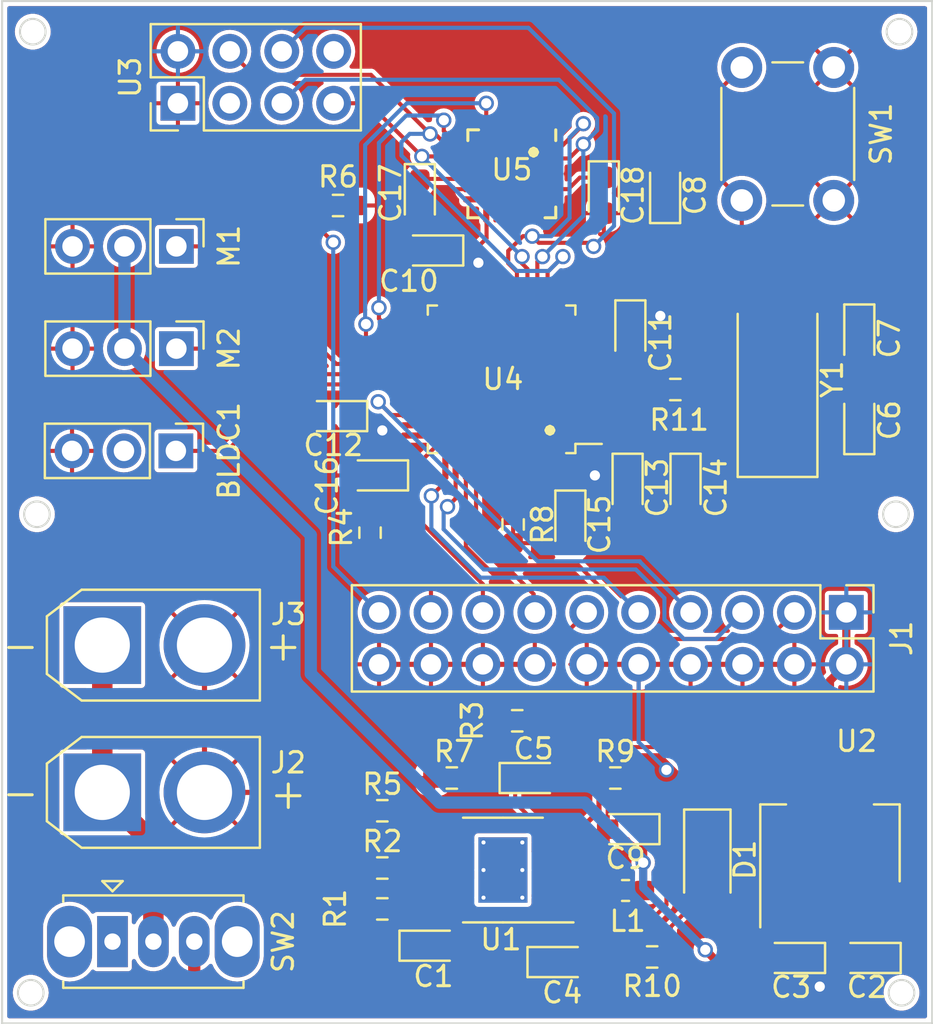
<source format=kicad_pcb>
(kicad_pcb (version 20211014) (generator pcbnew)
  (title_block (title "RC Boat") (date "2023-01-22") (company "ZN WD JG"))
  (layers (0 "F.Cu" signal) (31 "B.Cu" signal) (34 "B.Paste" user) (35 "F.Paste" user) (36 "B.SilkS" user "B.Silkscreen") (37 "F.SilkS" user "F.Silkscreen") (38 "B.Mask" user) (39 "F.Mask" user) (44 "Edge.Cuts" user))
  (net 0 "")
  (net 1 "TIM1_CH3")
  (net 2 "5V")
  (net 3 "GND")
  (net 4 "+BATT")
  (net 5 "VDD")
  (net 6 "Net-(C4-Pad1)")
  (net 7 "Net-(C4-Pad2)")
  (net 8 "Net-(C5-Pad1)")
  (net 9 "Net-(C5-Pad2)")
  (net 10 "/OSC_IN")
  (net 11 "Net-(C7-Pad1)")
  (net 12 "Net-(C8-Pad2)")
  (net 13 "Net-(C17-Pad1)")
  (net 14 "Net-(C18-Pad1)")
  (net 15 "TIM1_CH1")
  (net 16 "TIM1_CH2")
  (net 17 "Net-(R1-Pad2)")
  (net 18 "Net-(J1-Pad11)")
  (net 19 "Net-(J1-Pad17)")
  (net 20 "Net-(R5-Pad1)")
  (net 21 "Net-(J1-Pad19)")
  (net 22 "/OSC_OUT")
  (net 24 "SPI1_CS")
  (net 25 "SPI1_SCK")
  (net 26 "SPI1_MOSI")
  (net 27 "SPI1_MISO")
  (net 42 "SPI2_SCK")
  (net 44 "SPI2_MOSI")
  (net 47 "SWDIO")
  (net 48 "SWCLK")
  (net 49 "JTDI")
  (net 50 "TDO")
  (net 51 "Net-(J1-Pad3)")
  (net 59 "Net-(D1-Pad2)")
  (net 60 "Net-(R8-Pad1)")
  (net 61 "Net-(J2-Pad1)")
  (footprint "Resistor_SMD:R_0603_1608Metric_Pad0.98x0.95mm_HandSolder" (layer "F.Cu") (at 134.6 124.4 180)
    (fp_text reference "R1")
    (fp_text value "100k")
  )
  (footprint "Button_Switch_THT:SW_PUSH_6mm" (layer "F.Cu") (at 156.685 83.25 -90)
    (fp_text reference "SW1")
    (fp_text value "SW_Push")
  )
  (footprint "Resistor_SMD:R_0603_1608Metric_Pad0.98x0.95mm_HandSolder" (layer "F.Cu") (at 147.801751 126.75 180)
    (fp_text reference "R10")
    (fp_text value "0.75k")
  )
  (footprint "Connector_AMASS:AMASS_XT30U-F_1x02_P5.0mm_Vertical" (layer "F.Cu") (at 120.9 118.7025)
    (fp_text reference "J2")
    (fp_text value "Battery")
  )
  (footprint "Diode_SMD:D_1206_3216Metric_Pad1.42x1.75mm_HandSolder" (layer "F.Cu") (at 150.5 122 -90)
    (fp_text reference "D1")
    (fp_text value "D")
  )
  (footprint "Resistor_SMD:R_0603_1608Metric_Pad0.98x0.95mm_HandSolder" (layer "F.Cu") (at 132.435 90)
    (fp_text reference "R6")
    (fp_text value "10k")
  )
  (footprint "Connector_PinHeader_2.54mm:PinHeader_1x03_P2.54mm_Vertical" (layer "F.Cu") (at 124.525 97 -90)
    (fp_text reference "M2")
    (fp_text value "Motor_Servo")
  )
  (footprint "Diode_SMD:D_0603_1608Metric_Pad1.05x0.95mm_HandSolder" (layer "F.Cu") (at 136.435 89.6375 -90)
    (fp_text reference "C17")
    (fp_text value "0.1u")
  )
  (footprint "Diode_SMD:D_0603_1608Metric_Pad1.05x0.95mm_HandSolder" (layer "F.Cu") (at 149.435 103.8 -90)
    (fp_text reference "C14")
    (fp_text value "1uF")
  )
  (footprint "Resistor_SMD:R_0603_1608Metric_Pad0.98x0.95mm_HandSolder" (layer "F.Cu") (at 134.6 119.6 180)
    (fp_text reference "R5")
    (fp_text value "47k")
  )
  (footprint "Diode_SMD:D_0603_1608Metric_Pad1.05x0.95mm_HandSolder" (layer "F.Cu") (at 145.435 89.5 -90)
    (fp_text reference "C18")
    (fp_text value "2.2u")
  )
  (footprint "Diode_SMD:D_0603_1608Metric_Pad1.05x0.95mm_HandSolder" (layer "F.Cu") (at 134.2 103.2 180)
    (fp_text reference "C16")
    (fp_text value "100n")
  )
  (footprint "Inductor_SMD:L_0603_1608Metric_Pad1.05x0.95mm_HandSolder" (layer "F.Cu") (at 146.5 123.5)
    (fp_text reference "L1")
    (fp_text value "33u")
  )
  (footprint "Resistor_SMD:R_0603_1608Metric_Pad0.98x0.95mm_HandSolder" (layer "F.Cu") (at 146 118 180)
    (fp_text reference "R9")
    (fp_text value "3k")
  )
  (footprint "Crystal:Crystal_SMD_0603-2Pin_6.0x3.5mm_HandSoldering" (layer "F.Cu") (at 153.935 98.5 90)
    (fp_text reference "Y1")
    (fp_text value "8.000MHZ")
  )
  (footprint "Package_SO:HTSOP-8-1EP_3.9x4.9mm_P1.27mm_EP2.4x3.2mm_ThermalVias" (layer "F.Cu") (at 140.5 122.5 180)
    (fp_text reference "U1")
    (fp_text value "BD9G341EFJ")
  )
  (footprint "Diode_SMD:D_0603_1608Metric_Pad1.05x0.95mm_HandSolder" (layer "F.Cu") (at 132.2 100.3 180)
    (fp_text reference "C12")
    (fp_text value "100n")
  )
  (footprint "Diode_SMD:D_0603_1608Metric_Pad1.05x0.95mm_HandSolder" (layer "F.Cu") (at 148.435 89.2 90)
    (fp_text reference "C8")
    (fp_text value "20p")
  )
  (footprint "Diode_SMD:D_0603_1608Metric_Pad1.05x0.95mm_HandSolder" (layer "F.Cu") (at 154.6 126.8 180)
    (fp_text reference "C3")
    (fp_text value "10u")
  )
  (footprint "Diode_SMD:D_0603_1608Metric_Pad1.05x0.95mm_HandSolder" (layer "F.Cu") (at 137.1 126.2)
    (fp_text reference "C1")
    (fp_text value "10u")
  )
  (footprint "Resistor_SMD:R_0603_1608Metric_Pad0.98x0.95mm_HandSolder" (layer "F.Cu") (at 134.6 122.4 180)
    (fp_text reference "R2")
    (fp_text value "20k")
  )
  (footprint "Diode_SMD:D_0603_1608Metric_Pad1.05x0.95mm_HandSolder" (layer "F.Cu") (at 146.735 96.3 -90)
    (fp_text reference "C11")
    (fp_text value "100n")
  )
  (footprint "Connector_PinHeader_2.54mm:PinHeader_2x10_P2.54mm_Vertical" (layer "F.Cu") (at 157.3 109.9 -90)
    (fp_text reference "J1")
    (fp_text value "Conn_02x10_Odd_Even")
  )
  (footprint "Diode_SMD:D_0603_1608Metric_Pad1.05x0.95mm_HandSolder" (layer "F.Cu") (at 142 118)
    (fp_text reference "C5")
    (fp_text value "6800p")
  )
  (footprint "Package_QFP:LQFP-48_7x7mm_P0.5mm" (layer "F.Cu") (at 140.435 98.5 180)
    (fp_text reference "U4")
    (fp_text value "STM32F100C4Tx")
  )
  (footprint "Diode_SMD:D_0603_1608Metric_Pad1.05x0.95mm_HandSolder" (layer "F.Cu") (at 158.3 126.8 180)
    (fp_text reference "C2")
    (fp_text value "10u")
  )
  (footprint "Diode_SMD:D_0603_1608Metric_Pad1.05x0.95mm_HandSolder" (layer "F.Cu") (at 143.8 105.6 -90)
    (fp_text reference "C15")
    (fp_text value "100n")
  )
  (footprint "Resistor_SMD:R_0603_1608Metric_Pad0.98x0.95mm_HandSolder" (layer "F.Cu") (at 138 118 180)
    (fp_text reference "R7")
    (fp_text value "10k")
  )
  (footprint "Resistor_SMD:R_0603_1608Metric_Pad0.98x0.95mm_HandSolder" (layer "F.Cu") (at 134 106 90)
    (fp_text reference "R4")
    (fp_text value "10k")
  )
  (footprint "Connector_AMASS:AMASS_XT30U-F_1x02_P5.0mm_Vertical" (layer "F.Cu") (at 120.9 111.5)
    (fp_text reference "J3")
    (fp_text value "Battery")
  )
  (footprint "Diode_SMD:D_0603_1608Metric_Pad1.05x0.95mm_HandSolder" (layer "F.Cu") (at 136.9 92.2 180)
    (fp_text reference "C10")
    (fp_text value "10u")
  )
  (footprint "Connector_PinHeader_2.54mm:PinHeader_2x04_P2.54mm_Vertical" (layer "F.Cu") (at 124.6 85 90)
    (fp_text reference "U3")
    (fp_text value "NRF24L01_Breakout")
  )
  (footprint "Resistor_SMD:R_0603_1608Metric_Pad0.98x0.95mm_HandSolder" (layer "F.Cu") (at 148.935 99)
    (fp_text reference "R11")
    (fp_text value "390")
  )
  (footprint "Diode_SMD:D_0603_1608Metric_Pad1.05x0.95mm_HandSolder" (layer "F.Cu") (at 157.935 100.5 90)
    (fp_text reference "C6")
    (fp_text value "20p")
  )
  (footprint "Diode_SMD:D_0603_1608Metric_Pad1.05x0.95mm_HandSolder" (layer "F.Cu") (at 146.5 120.5 180)
    (fp_text reference "C9")
    (fp_text value "100u")
  )
  (footprint "Diode_SMD:D_0603_1608Metric_Pad1.05x0.95mm_HandSolder" (layer "F.Cu") (at 143.3625 127)
    (fp_text reference "C4")
    (fp_text value "0.1u")
  )
  (footprint "Connector_PinHeader_2.54mm:PinHeader_1x03_P2.54mm_Vertical" (layer "F.Cu") (at 124.525 92 -90)
    (fp_text reference "M1")
    (fp_text value "Motor_Servo")
  )
  (footprint "Sensor_Motion:InvenSense_QFN-24_4x4mm_P0.5mm" (layer "F.Cu") (at 140.935 88.45 -90)
    (fp_text reference "U5")
    (fp_text value "MPU-6000")
  )
  (footprint "Resistor_SMD:R_0603_1608Metric_Pad0.98x0.95mm_HandSolder" (layer "F.Cu") (at 141.2 115.2 180)
    (fp_text reference "R3")
    (fp_text value "10k")
  )
  (footprint "Package_TO_SOT_SMD:SOT-223-3_TabPin2" (layer "F.Cu") (at 156.5 121.2 90)
    (fp_text reference "U2")
    (fp_text value "AMS1117-3.3")
  )
  (footprint "Diode_SMD:D_0603_1608Metric_Pad1.05x0.95mm_HandSolder" (layer "F.Cu") (at 146.6 103.8 -90)
    (fp_text reference "C13")
    (fp_text value "10uF")
  )
  (footprint "Resistor_SMD:R_0603_1608Metric_Pad0.98x0.95mm_HandSolder" (layer "F.Cu") (at 141 105.6 -90)
    (fp_text reference "R8")
    (fp_text value "10K")
  )
  (footprint "Diode_SMD:D_0603_1608Metric_Pad1.05x0.95mm_HandSolder" (layer "F.Cu") (at 157.935 96.5 -90)
    (fp_text reference "C7")
    (fp_text value "20p")
  )
  (footprint "Connector_PinHeader_2.54mm:PinHeader_1x03_P2.54mm_Vertical" (layer "F.Cu") (at 124.5 102 -90)
    (fp_text reference "BLDC1")
    (fp_text value "Conn_01x03")
  )
  (footprint "Button_Switch_THT:SW_Slide_1P2T_CK_OS102011MS2Q" (layer "F.Cu") (at 121.4 126)
    (fp_text reference "SW2")
    (fp_text value "SW_SPDT")
  )
  (gr_circle (center 159.727333 105.1) (end 160.260733 105.4302) (layer "Edge.Cuts") (width 0.1) (fill none))
  (gr_line (start 161.5 80) (end 161.5 130) (layer "Edge.Cuts") (width 0.1))
  (gr_circle (center 160 128.5) (end 160.5334 128.8302) (layer "Edge.Cuts") (width 0.1) (fill none))
  (gr_circle (center 117.4 128.5) (end 117.9334 128.8302) (layer "Edge.Cuts") (width 0.1) (fill none))
  (gr_circle (center 117.5 81.5) (end 118.0334 81.8302) (layer "Edge.Cuts") (width 0.1) (fill none))
  (gr_line (start 161.5 130) (end 116 130) (layer "Edge.Cuts") (width 0.1))
  (gr_line (start 161.5 80) (end 116 80) (layer "Edge.Cuts") (width 0.1))
  (gr_line (start 116 130) (end 116 80) (layer "Edge.Cuts") (width 0.1))
  (gr_circle (center 117.7036 105.1) (end 118.237 105.4302) (layer "Edge.Cuts") (width 0.1) (fill none))
  (gr_circle (center 159.9 81.5) (end 160.4334 81.8302) (layer "Edge.Cuts") (width 0.1) (fill none))
  (gr_text "°" (at 142.8 101.4) (layer "F.SilkS") (effects (font (size 1 1) (thickness 0.25))))
  (gr_text "°" (at 142 87.8) (layer "F.SilkS") (effects (font (size 1 1) (thickness 0.25))))
  (segment (start 124.5 102) (end 127 102) (width 0.2) (layer "F.Cu") (net 1))
  (segment (start 127 102) (end 130.25 98.75) (width 0.2) (layer "F.Cu") (net 1))
  (segment (start 130.25 98.75) (end 136.2725 98.75) (width 0.2) (layer "F.Cu") (net 1))
  (segment (start 147.3625 120.5) (end 147.3625 122.1375) (width 0.4) (layer "F.Cu") (net 2))
  (segment (start 147.3625 123.4875) (end 147.375 123.5) (width 0.6) (layer "F.Cu") (net 2))
  (segment (start 147.3625 122.1375) (end 147.3625 123.4875) (width 0.4) (layer "F.Cu") (net 2))
  (segment (start 152.975 128.975) (end 156.9875 128.975) (width 0.4) (layer "F.Cu") (net 2))
  (segment (start 156.9875 128.975) (end 159.1625 126.8) (width 0.4) (layer "F.Cu") (net 2))
  (segment (start 159.1625 126.8) (end 158.8 126.4375) (width 0.2) (layer "F.Cu") (net 2))
  (segment (start 146.9 120.0375) (end 146.9 118.0125) (width 0.4) (layer "F.Cu") (net 2))
  (segment (start 150.4 126.4) (end 152.975 128.975) (width 0.4) (layer "F.Cu") (net 2))
  (segment (start 158.8 126.4375) (end 158.8 124.35) (width 0.2) (layer "F.Cu") (net 2))
  (segment (start 146.9 118.0125) (end 146.9125 118) (width 0.4) (layer "F.Cu") (net 2))
  (segment (start 147.3625 120.5) (end 146.9 120.0375) (width 0.4) (layer "F.Cu") (net 2))
  (via (at 150.4 126.4) (size 0.75) (drill 0.5) (layers "F.Cu" "B.Cu") (net 2))
  (via (at 147.3625 122.1375) (size 0.75) (drill 0.5) (layers "F.Cu" "B.Cu") (net 2))
  (segment (start 147.3625 122.0625) (end 147.3625 122.1375) (width 0.6) (layer "B.Cu") (net 2))
  (segment (start 121.985 92) (end 121.985 97) (width 0.6) (layer "B.Cu") (net 2))
  (segment (start 144.5 119.2) (end 147.3625 122.0625) (width 0.6) (layer "B.Cu") (net 2))
  (segment (start 147.3625 122.1375) (end 147.3625 123.3625) (width 0.4) (layer "B.Cu") (net 2))
  (segment (start 121.985 97) (end 131.1 106.115) (width 0.6) (layer "B.Cu") (net 2))
  (segment (start 147.3625 123.3625) (end 150.4 126.4) (width 0.4) (layer "B.Cu") (net 2))
  (segment (start 137.4 119.2) (end 144.5 119.2) (width 0.6) (layer "B.Cu") (net 2))
  (segment (start 131.1 106.115) (end 131.1 112.9) (width 0.6) (layer "B.Cu") (net 2))
  (segment (start 131.1 112.9) (end 137.4 119.2) (width 0.6) (layer "B.Cu") (net 2))
  (segment (start 146.1 120.0375) (end 145.6375 120.5) (width 0.2) (layer "F.Cu") (net 3))
  (segment (start 157.935 97.375) (end 157.935 99.625) (width 0.25) (layer "F.Cu") (net 3))
  (segment (start 147.14 112.44) (end 149.68 112.44) (width 0.25) (layer "F.Cu") (net 3))
  (segment (start 153.725 126.8) (end 154.2 126.325) (width 0.25) (layer "F.Cu") (net 3))
  (segment (start 139.52 112.44) (end 142.06 112.44) (width 0.25) (layer "F.Cu") (net 3))
  (segment (start 146.75 116.9) (end 146.1 117.55) (width 0.2) (layer "F.Cu") (net 3))
  (segment (start 146.1475 97.75) (end 146.735 97.1625) (width 0.2) (layer "F.Cu") (net 3))
  (segment (start 136.98 112.44) (end 139.52 112.44) (width 0.25) (layer "F.Cu") (net 3))
  (segment (start 148.499464 117.600536) (end 147.798928 116.9) (width 0.2) (layer "F.Cu") (net 3))
  (segment (start 134.44 112.44) (end 136.98 112.44) (width 0.25) (layer "F.Cu") (net 3))
  (segment (start 149.68 112.44) (end 154.76 112.44) (width 0.25) (layer "F.Cu") (net 3))
  (segment (start 125.9 118.7025) (end 129.99 118.7025) (width 0.25) (layer "F.Cu") (net 3))
  (segment (start 147.798928 116.9) (end 146.75 116.9) (width 0.2) (layer "F.Cu") (net 3))
  (segment (start 154.2 126.325) (end 154.2 124.35) (width 0.25) (layer "F.Cu") (net 3))
  (segment (start 144.6 112.44) (end 147.14 112.44) (width 0.25) (layer "F.Cu") (net 3))
  (segment (start 125.9 111.5) (end 125.9 118.7025) (width 0.25) (layer "F.Cu") (net 3))
  (segment (start 149.435 104.675) (end 146.6 104.675) (width 0.2) (layer "F.Cu") (net 3))
  (segment (start 146.1 117.55) (end 146.1 120.0375) (width 0.2) (layer "F.Cu") (net 3))
  (segment (start 129.99 118.7025) (end 133.6875 122.4) (width 0.25) (layer "F.Cu") (net 3))
  (segment (start 144.5975 97.75) (end 146.1475 97.75) (width 0.2) (layer "F.Cu") (net 3))
  (via (at 148.499464 117.600536) (size 0.75) (drill 0.5) (layers "F.Cu" "B.Cu") (net 3))
  (segment (start 147.14 116.241072) (end 147.14 112.44) (width 0.2) (layer "B.Cu") (net 3))
  (segment (start 148.499464 117.600536) (end 147.14 116.241072) (width 0.2) (layer "B.Cu") (net 3))
  (segment (start 125.4 126) (end 125.4 127.6) (width 0.6) (layer "F.Cu") (net 4))
  (segment (start 125.4 127.6) (end 126.5 128.7) (width 0.6) (layer "F.Cu") (net 4))
  (segment (start 133.7375 128.7) (end 136.2375 126.2) (width 0.6) (layer "F.Cu") (net 4))
  (segment (start 137.85 124.405) (end 136.795 124.405) (width 0.4) (layer "F.Cu") (net 4))
  (segment (start 137.845 124.4) (end 137.85 124.405) (width 0.4) (layer "F.Cu") (net 4))
  (segment (start 136.2375 126.2) (end 136.2375 124.9625) (width 0.4) (layer "F.Cu") (net 4))
  (segment (start 135.5125 124.4) (end 137.845 124.4) (width 0.4) (layer "F.Cu") (net 4))
  (segment (start 136.795 124.405) (end 136.2375 124.9625) (width 0.4) (layer "F.Cu") (net 4))
  (segment (start 126.5 128.7) (end 133.7375 128.7) (width 0.6) (layer "F.Cu") (net 4))
  (segment (start 143.185 102.6625) (end 143.185 104.1225) (width 0.2) (layer "F.Cu") (net 5))
  (segment (start 139.7 90.415) (end 139.7 91.6) (width 0.2) (layer "F.Cu") (net 5))
  (segment (start 139.7 91.6) (end 139.1 92.2) (width 0.2) (layer "F.Cu") (net 5))
  (segment (start 146.735 95.4375) (end 148.1625 95.4375) (width 0.2) (layer "F.Cu") (net 5))
  (segment (start 139.1 92.2) (end 137.7625 92.2) (width 0.2) (layer "F.Cu") (net 5))
  (segment (start 156.5 118.05) (end 156.5 113.24) (width 0.4) (layer "F.Cu") (net 5))
  (segment (start 133.0625 100.3) (end 133.9 100.3) (width 0.2) (layer "F.Cu") (net 5))
  (segment (start 148.1625 95.4375) (end 148.2 95.4) (width 0.2) (layer "F.Cu") (net 5))
  (segment (start 144.5975 101.25) (end 145.85 101.25) (width 0.2) (layer "F.Cu") (net 5))
  (segment (start 137.7625 93.0375) (end 137.685 93.115) (width 0.2) (layer "F.Cu") (net 5))
  (segment (start 146.6 102.9375) (end 145.2625 102.9375) (width 0.2) (layer "F.Cu") (net 5))
  (segment (start 155.4625 127.6625) (end 156 128.2) (width 0.2) (layer "F.Cu") (net 5))
  (segment (start 145.8 96.4) (end 145.8 96.81533) (width 0.2) (layer "F.Cu") (net 5))
  (segment (start 146.735 95.4375) (end 146.735 95.465) (width 0.2) (layer "F.Cu") (net 5))
  (segment (start 155.4625 126.8) (end 155.4625 127.6625) (width 0.2) (layer "F.Cu") (net 5))
  (segment (start 134.6 101) (end 134.85 101.25) (width 0.2) (layer "F.Cu") (net 5))
  (segment (start 137.7625 92.2) (end 138.7 92.2) (width 0.2) (layer "F.Cu") (net 5))
  (segment (start 144.3625 104.7375) (end 145 104.1) (width 0.2) (layer "F.Cu") (net 5))
  (segment (start 156.5 124.35) (end 156.5 125.7625) (width 0.2) (layer "F.Cu") (net 5))
  (segment (start 156.5 125.7625) (end 155.4625 126.8) (width 0.2) (layer "F.Cu") (net 5))
  (segment (start 137.685 93.115) (end 137.685 94.3375) (width 0.2) (layer "F.Cu") (net 5))
  (segment (start 146.735 95.465) (end 145.8 96.4) (width 0.2) (layer "F.Cu") (net 5))
  (segment (start 138.7 92.2) (end 139.3 92.8) (width 0.2) (layer "F.Cu") (net 5))
  (segment (start 134.85 101.25) (end 136.2725 101.25) (width 0.2) (layer "F.Cu") (net 5))
  (segment (start 135.1 103.1625) (end 135.0625 103.2) (width 0.2) (layer "F.Cu") (net 5))
  (segment (start 137.7625 92.2) (end 137.7625 93.0375) (width 0.2) (layer "F.Cu") (net 5))
  (segment (start 145.8 96.81533) (end 145.36533 97.25) (width 0.2) (layer "F.Cu") (net 5))
  (segment (start 157.3 112.44) (end 157.3 109.9) (width 0.4) (layer "F.Cu") (net 5))
  (segment (start 143.8 104.7375) (end 144.3625 104.7375) (width 0.2) (layer "F.Cu") (net 5))
  (segment (start 135.1 101.5) (end 135.1 103.1625) (width 0.2) (layer "F.Cu") (net 5))
  (segment (start 149.435 102.9375) (end 146.6 102.9375) (width 0.2) (layer "F.Cu") (net 5))
  (segment (start 146.6 102) (end 146.6 102.9375) (width 0.2) (layer "F.Cu") (net 5))
  (segment (start 145 104.1) (end 145 103.2) (width 0.2) (layer "F.Cu") (net 5))
  (segment (start 145.36533 97.25) (end 144.5975 97.25) (width 0.2) (layer "F.Cu") (net 5))
  (segment (start 145.2625 102.9375) (end 145 103.2) (width 0.2) (layer "F.Cu") (net 5))
  (segment (start 134.6 101) (end 135.1 101.5) (width 0.2) (layer "F.Cu") (net 5))
  (segment (start 145.85 101.25) (end 146.6 102) (width 0.2) (layer "F.Cu") (net 5))
  (segment (start 133.9 100.3) (end 134.6 101) (width 0.2) (layer "F.Cu") (net 5))
  (segment (start 143.185 104.1225) (end 143.8 104.7375) (width 0.2) (layer "F.Cu") (net 5))
  (segment (start 139.685 90.4) (end 139.7 90.415) (width 0.2) (layer "F.Cu") (net 5))
  (segment (start 156.5 113.24) (end 157.3 112.44) (width 0.4) (layer "F.Cu") (net 5))
  (via (at 145 103.2) (size 0.75) (drill 0.5) (layers "F.Cu" "B.Cu") (net 5))
  (via (at 148.2 95.4) (size 0.75) (drill 0.5) (layers "F.Cu" "B.Cu") (net 5))
  (via (at 134.6 101) (size 0.75) (drill 0.5) (layers "F.Cu" "B.Cu") (net 5))
  (via (at 156 128.2) (size 0.75) (drill 0.5) (layers "F.Cu" "B.Cu") (net 5))
  (via (at 139.3 92.8) (size 0.75) (drill 0.5) (layers "F.Cu" "B.Cu") (net 5))
  (segment (start 138.95 124.65) (end 141.4 127.1) (width 0.2) (layer "F.Cu") (net 6))
  (segment (start 141.4 127.1) (end 142.4 127.1) (width 0.2) (layer "F.Cu") (net 6))
  (segment (start 138.635 123.135) (end 138.95 123.45) (width 0.2) (layer "F.Cu") (net 6))
  (segment (start 137.85 123.135) (end 138.635 123.135) (width 0.2) (layer "F.Cu") (net 6))
  (segment (start 138.95 123.45) (end 138.95 124.65) (width 0.2) (layer "F.Cu") (net 6))
  (segment (start 142.4 127.1) (end 142.5 127) (width 0.2) (layer "F.Cu") (net 6))
  (segment (start 148.5 121.4) (end 149.3875 120.5125) (width 0.2) (layer "F.Cu") (net 7))
  (segment (start 149.3875 120.5125) (end 150.5 120.5125) (width 0.2) (layer "F.Cu") (net 7))
  (segment (start 144.605 124.405) (end 143.15 124.405) (width 0.25) (layer "F.Cu") (net 7))
  (segment (start 147.9 124.8) (end 148.5 124.2) (width 0.2) (layer "F.Cu") (net 7))
  (segment (start 144.225 127) (end 145.2 126.025) (width 0.25) (layer "F.Cu") (net 7))
  (segment (start 145.625 124.225) (end 146.2 124.8) (width 0.2) (layer "F.Cu") (net 7))
  (segment (start 146.2 124.8) (end 147.9 124.8) (width 0.2) (layer "F.Cu") (net 7))
  (segment (start 145.2 126.025) (end 145.2 125) (width 0.25) (layer "F.Cu") (net 7))
  (segment (start 145.2 125) (end 144.605 124.405) (width 0.25) (layer "F.Cu") (net 7))
  (segment (start 145.625 123.5) (end 145.625 124.225) (width 0.2) (layer "F.Cu") (net 7))
  (segment (start 143.15 124.405) (end 144.72 124.405) (width 0.4) (layer "F.Cu") (net 7))
  (segment (start 148.5 124.2) (end 148.5 121.4) (width 0.2) (layer "F.Cu") (net 7))
  (segment (start 144.72 124.405) (end 145.625 123.5) (width 0.4) (layer "F.Cu") (net 7))
  (segment (start 143.15 121.865) (end 142.265 121.865) (width 0.2) (layer "F.Cu") (net 8))
  (segment (start 142 120.1) (end 141.1 119.2) (width 0.2) (layer "F.Cu") (net 8))
  (segment (start 142 121.6) (end 142 120.1) (width 0.2) (layer "F.Cu") (net 8))
  (segment (start 142.265 121.865) (end 142 121.6) (width 0.2) (layer "F.Cu") (net 8))
  (segment (start 141.1 119.2) (end 141.1 118.0375) (width 0.2) (layer "F.Cu") (net 8))
  (segment (start 141.1 118.0375) (end 141.1375 118) (width 0.2) (layer "F.Cu") (net 8))
  (segment (start 142.6 116.6) (end 139.4 116.6) (width 0.2) (layer "F.Cu") (net 9))
  (segment (start 138.9125 117.0875) (end 138.9125 118) (width 0.2) (layer "F.Cu") (net 9))
  (segment (start 142.8625 118) (end 143 117.8625) (width 0.2) (layer "F.Cu") (net 9))
  (segment (start 143 117) (end 142.6 116.6) (width 0.2) (layer "F.Cu") (net 9))
  (segment (start 143 117.8625) (end 143 117) (width 0.2) (layer "F.Cu") (net 9))
  (segment (start 139.4 116.6) (end 138.9125 117.0875) (width 0.2) (layer "F.Cu") (net 9))
  (segment (start 147.9125 101.4125) (end 145.75 99.25) (width 0.2) (layer "F.Cu") (net 10))
  (segment (start 157.885 101.4125) (end 153.935 101.4125) (width 0.2) (layer "F.Cu") (net 10))
  (segment (start 157.935 101.3625) (end 157.885 101.4125) (width 0.2) (layer "F.Cu") (net 10))
  (segment (start 153.935 101.4125) (end 147.9125 101.4125) (width 0.2) (layer "F.Cu") (net 10))
  (segment (start 145.75 99.25) (end 144.5975 99.25) (width 0.2) (layer "F.Cu") (net 10))
  (segment (start 149.8475 99) (end 152.6 99) (width 0.2) (layer "F.Cu") (net 11))
  (segment (start 157.885 95.5875) (end 153.935 95.5875) (width 0.2) (layer "F.Cu") (net 11))
  (segment (start 153.935 97.665) (end 153.935 95.5875) (width 0.2) (layer "F.Cu") (net 11))
  (segment (start 157.935 95.6375) (end 157.885 95.5875) (width 0.2) (layer "F.Cu") (net 11))
  (segment (start 152.6 99) (end 153.935 97.665) (width 0.2) (layer "F.Cu") (net 11))
  (segment (start 150.7725 88.3375) (end 152.185 89.75) (width 0.2) (layer "F.Cu") (net 12))
  (segment (start 147.15 98.25) (end 152.185 93.215) (width 0.2) (layer "F.Cu") (net 12))
  (segment (start 144.5975 98.25) (end 147.15 98.25) (width 0.2) (layer "F.Cu") (net 12))
  (segment (start 139.52 108.52) (end 136.3 105.3) (width 0.2) (layer "F.Cu") (net 12))
  (segment (start 148.435 87) (end 152.185 83.25) (width 0.2) (layer "F.Cu") (net 12))
  (segment (start 140.75 98.25) (end 144.5975 98.25) (width 0.2) (layer "F.Cu") (net 12))
  (segment (start 152.185 93.215) (end 152.185 89.75) (width 0.2) (layer "F.Cu") (net 12))
  (segment (start 148.435 88.3375) (end 148.435 87) (width 0.2) (layer "F.Cu") (net 12))
  (segment (start 148.435 88.3375) (end 150.7725 88.3375) (width 0.2) (layer "F.Cu") (net 12))
  (segment (start 136.3 105.3) (end 136.3 102.7) (width 0.2) (layer "F.Cu") (net 12))
  (segment (start 139.52 109.9) (end 139.52 108.52) (width 0.2) (layer "F.Cu") (net 12))
  (segment (start 136.3 102.7) (end 140.75 98.25) (width 0.2) (layer "F.Cu") (net 12))
  (segment (start 138.985 88.7) (end 136.51 88.7) (width 0.2) (layer "F.Cu") (net 13))
  (segment (start 136.51 88.7) (end 136.435 88.775) (width 0.2) (layer "F.Cu") (net 13))
  (segment (start 144.2625 88.6375) (end 145.435 88.6375) (width 0.2) (layer "F.Cu") (net 14))
  (segment (start 143.7 89.2) (end 144.2625 88.6375) (width 0.2) (layer "F.Cu") (net 14))
  (segment (start 142.885 89.2) (end 143.7 89.2) (width 0.2) (layer "F.Cu") (net 14))
  (segment (start 132.35 97.75) (end 126.6 92) (width 0.2) (layer "F.Cu") (net 15))
  (segment (start 126.6 92) (end 124.525 92) (width 0.2) (layer "F.Cu") (net 15))
  (segment (start 136.2725 97.75) (end 132.35 97.75) (width 0.2) (layer "F.Cu") (net 15))
  (segment (start 136.2725 98.25) (end 130.25 98.25) (width 0.2) (layer "F.Cu") (net 16))
  (segment (start 129 97) (end 124.525 97) (width 0.2) (layer "F.Cu") (net 16))
  (segment (start 130.25 98.25) (end 129 97) (width 0.2) (layer "F.Cu") (net 16))
  (segment (start 136.735 121.865) (end 137.85 121.865) (width 0.25) (layer "F.Cu") (net 17))
  (segment (start 135.5125 122.4) (end 136.2 122.4) (width 0.25) (layer "F.Cu") (net 17))
  (segment (start 134.1 124.4) (end 133.6875 124.4) (width 0.2) (layer "F.Cu") (net 17))
  (segment (start 136.2 122.4) (end 136.735 121.865) (width 0.25) (layer "F.Cu") (net 17))
  (segment (start 135.5125 122.4) (end 135.5125 122.9875) (width 0.2) (layer "F.Cu") (net 17))
  (segment (start 135.5125 122.9875) (end 134.1 124.4) (width 0.2) (layer "F.Cu") (net 17))
  (segment (start 142.1125 114.1875) (end 143.4 112.9) (width 0.2) (layer "F.Cu") (net 18))
  (segment (start 142.1125 115.2) (end 142.1125 114.1875) (width 0.2) (layer "F.Cu") (net 18))
  (segment (start 143.4 112.9) (end 143.4 111.1) (width 0.2) (layer "F.Cu") (net 18))
  (segment (start 143.4 111.1) (end 144.6 109.9) (width 0.2) (layer "F.Cu") (net 18))
  (segment (start 136.98 108.02) (end 135.8725 106.9125) (width 0.2) (layer "F.Cu") (net 19))
  (segment (start 135.8725 106.9125) (end 134 106.9125) (width 0.2) (layer "F.Cu") (net 19))
  (segment (start 136.98 109.9) (end 136.98 108.02) (width 0.2) (layer "F.Cu") (net 19))
  (segment (start 137.85 120.595) (end 136.5075 120.595) (width 0.2) (layer "F.Cu") (net 20))
  (segment (start 136.5075 120.595) (end 135.5125 119.6) (width 0.2) (layer "F.Cu") (net 20))
  (segment (start 131.5225 90) (end 131.5225 91.1225) (width 0.2) (layer "F.Cu") (net 21))
  (segment (start 131.5225 91.1225) (end 132.2 91.8) (width 0.2) (layer "F.Cu") (net 21))
  (via (at 132.2 91.8) (size 0.75) (drill 0.5) (layers "F.Cu" "B.Cu") (net 21))
  (segment (start 132.2 107.66) (end 134.44 109.9) (width 0.2) (layer "B.Cu") (net 21))
  (segment (start 132.2 91.8) (end 132.2 107.66) (width 0.2) (layer "B.Cu") (net 21))
  (segment (start 144.5975 98.75) (end 147.7725 98.75) (width 0.2) (layer "F.Cu") (net 22))
  (segment (start 147.7725 98.75) (end 148.0225 99) (width 0.2) (layer "F.Cu") (net 22))
  (segment (start 136.935 86.5) (end 134.045 83.61) (width 0.2) (layer "F.Cu") (net 24))
  (segment (start 142.685 93.25) (end 143.435 92.5) (width 0.2) (layer "F.Cu") (net 24))
  (segment (start 138.385 87.7) (end 137.185 86.5) (width 0.2) (layer "F.Cu") (net 24))
  (segment (start 128.29 83.61) (end 127.14 82.46) (width 0.2) (layer "F.Cu") (net 24))
  (segment (start 142.685 94.3375) (end 142.685 93.25) (width 0.2) (layer "F.Cu") (net 24))
  (segment (start 134.045 83.61) (end 128.29 83.61) (width 0.2) (layer "F.Cu") (net 24))
  (segment (start 137.185 86.5) (end 136.935 86.5) (width 0.2) (layer "F.Cu") (net 24))
  (segment (start 138.985 87.7) (end 138.385 87.7) (width 0.2) (layer "F.Cu") (net 24))
  (via (at 136.935 86.5) (size 0.75) (drill 0.5) (layers "F.Cu" "B.Cu") (net 24))
  (via (at 143.435 92.5) (size 0.75) (drill 0.5) (layers "F.Cu" "B.Cu") (net 24))
  (segment (start 136.9314 86.4964) (end 136.935 86.5) (width 0.2) (layer "B.Cu") (net 24))
  (segment (start 142.735 93.2) (end 141.180405 93.2) (width 0.2) (layer "B.Cu") (net 24))
  (segment (start 135.535 86.9) (end 135.9386 86.4964) (width 0.2) (layer "B.Cu") (net 24))
  (segment (start 135.535 87.554595) (end 135.535 86.9) (width 0.2) (layer "B.Cu") (net 24))
  (segment (start 141.180405 93.2) (end 135.535 87.554595) (width 0.2) (layer "B.Cu") (net 24))
  (segment (start 135.9386 86.4964) (end 136.9314 86.4964) (width 0.2) (layer "B.Cu") (net 24))
  (segment (start 143.435 92.5) (end 142.735 93.2) (width 0.2) (layer "B.Cu") (net 24))
  (segment (start 142.885 87.7) (end 143.735 87.7) (width 0.2) (layer "F.Cu") (net 25))
  (segment (start 143.735 87.7) (end 144.435 87) (width 0.2) (layer "F.Cu") (net 25))
  (segment (start 142.185 92.75) (end 142.435 92.5) (width 0.2) (layer "F.Cu") (net 25))
  (segment (start 142.185 94.3375) (end 142.185 92.75) (width 0.2) (layer "F.Cu") (net 25))
  (via (at 142.435 92.5) (size 0.75) (drill 0.5) (layers "F.Cu" "B.Cu") (net 25))
  (via (at 144.435 87) (size 0.75) (drill 0.5) (layers "F.Cu" "B.Cu") (net 25))
  (segment (start 130.83 83.85) (end 129.68 85) (width 0.2) (layer "B.Cu") (net 25))
  (segment (start 145.11 86.325) (end 145.11 85.720405) (width 0.2) (layer "B.Cu") (net 25))
  (segment (start 144.435 87) (end 144.435 90.5) (width 0.2) (layer "B.Cu") (net 25))
  (segment (start 144.435 90.5) (end 142.435 92.5) (width 0.2) (layer "B.Cu") (net 25))
  (segment (start 145.11 85.720405) (end 143.239595 83.85) (width 0.2) (layer "B.Cu") (net 25))
  (segment (start 143.239595 83.85) (end 130.83 83.85) (width 0.2) (layer "B.Cu") (net 25))
  (segment (start 144.435 87) (end 145.11 86.325) (width 0.2) (layer "B.Cu") (net 25))
  (segment (start 142.885 87.2) (end 143.280405 87.2) (width 0.2) (layer "F.Cu") (net 26))
  (segment (start 140.76 92.825) (end 140.76 92.220405) (width 0.2) (layer "F.Cu") (net 26))
  (segment (start 144.76 91.825) (end 142.26 91.825) (width 0.2) (layer "F.Cu") (net 26))
  (segment (start 141.480405 91.5) (end 141.935 91.5) (width 0.2) (layer "F.Cu") (net 26))
  (segment (start 144.435 86.045405) (end 144.435 86) (width 0.2) (layer "F.Cu") (net 26))
  (segment (start 144.935 92) (end 144.76 91.825) (width 0.2) (layer "F.Cu") (net 26))
  (segment (start 143.280405 87.2) (end 144.435 86.045405) (width 0.2) (layer "F.Cu") (net 26))
  (segment (start 141.185 93.25) (end 140.76 92.825) (width 0.2) (layer "F.Cu") (net 26))
  (segment (start 140.76 92.220405) (end 141.480405 91.5) (width 0.2) (layer "F.Cu") (net 26))
  (segment (start 142.26 91.825) (end 141.935 91.5) (width 0.2) (layer "F.Cu") (net 26))
  (segment (start 141.185 94.3375) (end 141.185 93.25) (width 0.2) (layer "F.Cu") (net 26))
  (via (at 144.935 92) (size 0.75) (drill 0.5) (layers "F.Cu" "B.Cu") (net 26))
  (via (at 144.435 86) (size 0.75) (drill 0.5) (layers "F.Cu" "B.Cu") (net 26))
  (via (at 141.935 91.5) (size 0.75) (drill 0.5) (layers "F.Cu" "B.Cu") (net 26))
  (segment (start 145.935 91) (end 145.935 85.5) (width 0.2) (layer "B.Cu") (net 26))
  (segment (start 143.76 90.609314) (end 143.76 86.675) (width 0.2) (layer "B.Cu") (net 26))
  (segment (start 145.935 85.5) (end 141.745 81.31) (width 0.2) (layer "B.Cu") (net 26))
  (segment (start 143.76 86.675) (end 144.435 86) (width 0.2) (layer "B.Cu") (net 26))
  (segment (start 142.869314 91.5) (end 143.76 90.609314) (width 0.2) (layer "B.Cu") (net 26))
  (segment (start 130.83 81.31) (end 129.68 82.46) (width 0.2) (layer "B.Cu") (net 26))
  (segment (start 144.935 92) (end 145.935 91) (width 0.2) (layer "B.Cu") (net 26))
  (segment (start 141.935 91.5) (end 142.869314 91.5) (width 0.2) (layer "B.Cu") (net 26))
  (segment (start 141.745 81.31) (end 130.83 81.31) (width 0.2) (layer "B.Cu") (net 26))
  (segment (start 138.985 88.2) (end 138.3 88.2) (width 0.2) (layer "F.Cu") (net 27))
  (segment (start 141.7 94.3225) (end 141.685 94.3375) (width 0.2) (layer "F.Cu") (net 27))
  (segment (start 137.7 87.6) (end 136.535 87.6) (width 0.2) (layer "F.Cu") (net 27))
  (segment (start 133.935 85) (end 132.22 85) (width 0.2) (layer "F.Cu") (net 27))
  (segment (start 136.535 87.6) (end 133.935 85) (width 0.2) (layer "F.Cu") (net 27))
  (segment (start 138.3 88.2) (end 137.7 87.6) (width 0.2) (layer "F.Cu") (net 27))
  (segment (start 141.7 93.1) (end 141.7 94.3225) (width 0.2) (layer "F.Cu") (net 27))
  (segment (start 141.435 92.835) (end 141.7 93.1) (width 0.2) (layer "F.Cu") (net 27))
  (segment (start 141.435 92.5) (end 141.435 92.835) (width 0.2) (layer "F.Cu") (net 27))
  (via (at 141.435 92.5) (size 0.75) (drill 0.5) (layers "F.Cu" "B.Cu") (net 27))
  (via (at 136.535 87.6) (size 0.75) (drill 0.5) (layers "F.Cu" "B.Cu") (net 27))
  (segment (start 136.535 87.6) (end 141.435 92.5) (width 0.2) (layer "B.Cu") (net 27))
  (segment (start 134.435 95.535) (end 134.435 95) (width 0.2) (layer "F.Cu") (net 42))
  (segment (start 137.6064 86.355714) (end 137.6064 85.8286) (width 0.2) (layer "F.Cu") (net 42))
  (segment (start 138.450686 87.2) (end 137.6064 86.355714) (width 0.2) (layer "F.Cu") (net 42))
  (segment (start 135.15 96.25) (end 134.435 95.535) (width 0.2) (layer "F.Cu") (net 42))
  (segment (start 136.2725 96.25) (end 135.15 96.25) (width 0.2) (layer "F.Cu") (net 42))
  (segment (start 138.985 87.2) (end 138.450686 87.2) (width 0.2) (layer "F.Cu") (net 42))
  (via (at 137.6064 85.8286) (size 0.75) (drill 0.5) (layers "F.Cu" "B.Cu") (net 42))
  (via (at 134.435 95) (size 0.75) (drill 0.5) (layers "F.Cu" "B.Cu") (net 42))
  (segment (start 137.3778 85.6) (end 135.769315 85.6) (width 0.2) (layer "B.Cu") (net 42))
  (segment (start 135.769315 85.6) (end 134.435 86.934315) (width 0.2) (layer "B.Cu") (net 42))
  (segment (start 134.435 94.5) (end 134.435 95) (width 0.2) (layer "B.Cu") (net 42))
  (segment (start 134.435 86.934315) (end 134.435 94.5) (width 0.2) (layer "B.Cu") (net 42))
  (segment (start 137.6064 85.8286) (end 137.3778 85.6) (width 0.2) (layer "B.Cu") (net 42))
  (segment (start 133.8 96.4) (end 133.8 95.8) (width 0.2) (layer "F.Cu") (net 44))
  (segment (start 139.685 85) (end 139.685 86.5) (width 0.2) (layer "F.Cu") (net 44))
  (segment (start 136.2725 97.25) (end 134.65 97.25) (width 0.2) (layer "F.Cu") (net 44))
  (segment (start 134.65 97.25) (end 133.8 96.4) (width 0.2) (layer "F.Cu") (net 44))
  (via (at 139.685 85) (size 0.75) (drill 0.5) (layers "F.Cu" "B.Cu") (net 44))
  (via (at 133.8 95.8) (size 0.75) (drill 0.5) (layers "F.Cu" "B.Cu") (net 44))
  (segment (start 133.76 95.76) (end 133.76 87.04363) (width 0.2) (layer "B.Cu") (net 44))
  (segment (start 135.80363 85) (end 139.685 85) (width 0.2) (layer "B.Cu") (net 44))
  (segment (start 133.8 95.8) (end 133.76 95.76) (width 0.2) (layer "B.Cu") (net 44))
  (segment (start 133.76 87.04363) (end 135.80363 85) (width 0.2) (layer "B.Cu") (net 44))
  (segment (start 135.05 100.25) (end 134.4 99.6) (width 0.2) (layer "F.Cu") (net 47))
  (segment (start 136.2725 100.25) (end 135.05 100.25) (width 0.2) (layer "F.Cu") (net 47))
  (via (at 134.4 99.6) (size 0.75) (drill 0.5) (layers "F.Cu" "B.Cu") (net 47))
  (segment (start 134.4 99.6) (end 142.2 107.4) (width 0.2) (layer "B.Cu") (net 47))
  (segment (start 147.2 107.4) (end 147.2 107.42) (width 0.2) (layer "B.Cu") (net 47))
  (segment (start 147.2 107.42) (end 149.68 109.9) (width 0.2) (layer "B.Cu") (net 47))
  (segment (start 142.2 107.4) (end 147.2 107.4) (width 0.2) (layer "B.Cu") (net 47))
  (segment (start 137.685 102.6625) (end 137.685 103.515) (width 0.2) (layer "F.Cu") (net 48))
  (segment (start 137.685 103.515) (end 137 104.2) (width 0.2) (layer "F.Cu") (net 48))
  (via (at 137 104.2) (size 0.75) (drill 0.5) (layers "F.Cu" "B.Cu") (net 48))
  (segment (start 137 105.8) (end 139.4 108.2) (width 0.2) (layer "B.Cu") (net 48))
  (segment (start 137 104.2) (end 137 105.8) (width 0.2) (layer "B.Cu") (net 48))
  (segment (start 145.44 108.2) (end 147.14 109.9) (width 0.2) (layer "B.Cu") (net 48))
  (segment (start 139.4 108.2) (end 145.44 108.2) (width 0.2) (layer "B.Cu") (net 48))
  (segment (start 138.185 104.331723) (end 137.790034 104.726689) (width 0.2) (layer "F.Cu") (net 49))
  (segment (start 138.185 102.6625) (end 138.185 104.331723) (width 0.2) (layer "F.Cu") (net 49))
  (via (at 137.790034 104.726689) (size 0.75) (drill 0.5) (layers "F.Cu" "B.Cu") (net 49))
  (segment (start 149.353654 111.2) (end 150.92 111.2) (width 0.2) (layer "B.Cu") (net 49))
  (segment (start 150.92 111.2) (end 152.22 109.9) (width 0.2) (layer "B.Cu") (net 49))
  (segment (start 147 107.8) (end 148.4 109.2) (width 0.2) (layer "B.Cu") (net 49))
  (segment (start 137.6 105.834314) (end 139.565686 107.8) (width 0.2) (layer "B.Cu") (net 49))
  (segment (start 148.4 110.246346) (end 149.353654 111.2) (width 0.2) (layer "B.Cu") (net 49))
  (segment (start 137.790034 104.726689) (end 137.6 104.916723) (width 0.2) (layer "B.Cu") (net 49))
  (segment (start 137.6 104.916723) (end 137.6 105.834314) (width 0.2) (layer "B.Cu") (net 49))
  (segment (start 148.4 109.2) (end 148.4 110.246346) (width 0.2) (layer "B.Cu") (net 49))
  (segment (start 139.565686 107.8) (end 147 107.8) (width 0.2) (layer "B.Cu") (net 49))
  (segment (start 142.06 109.9) (end 142 109.84) (width 0.2) (layer "F.Cu") (net 50))
  (segment (start 142 109) (end 141 108) (width 0.2) (layer "F.Cu") (net 50))
  (segment (start 141 108) (end 140 108) (width 0.2) (layer "F.Cu") (net 50))
  (segment (start 140 108) (end 138.685 106.685) (width 0.2) (layer "F.Cu") (net 50))
  (segment (start 142 109.84) (end 142 109) (width 0.2) (layer "F.Cu") (net 50))
  (segment (start 138.685 106.685) (end 138.685 102.6625) (width 0.2) (layer "F.Cu") (net 50))
  (segment (start 144.2 107.6) (end 145.99 109.39) (width 0.2) (layer "F.Cu") (net 51))
  (segment (start 145.99 109.39) (end 145.99 110.39) (width 0.2) (layer "F.Cu") (net 51))
  (segment (start 145.99 110.39) (end 146.8 111.2) (width 0.2) (layer "F.Cu") (net 51))
  (segment (start 139.185 102.6625) (end 139.185 106.485) (width 0.2) (layer "F.Cu") (net 51))
  (segment (start 139.185 106.485) (end 140.3 107.6) (width 0.2) (layer "F.Cu") (net 51))
  (segment (start 146.8 111.2) (end 153.46 111.2) (width 0.2) (layer "F.Cu") (net 51))
  (segment (start 153.46 111.2) (end 154.76 109.9) (width 0.2) (layer "F.Cu") (net 51))
  (segment (start 140.3 107.6) (end 144.2 107.6) (width 0.2) (layer "F.Cu") (net 51))
  (segment (start 151.675 119.822183) (end 148.340317 116.4875) (width 0.2) (layer "F.Cu") (net 59))
  (segment (start 145.0875 117.3125) (end 145.0875 118) (width 0.2) (layer "F.Cu") (net 59))
  (segment (start 150.5 123.4875) (end 148.714251 125.273249) (width 0.2) (layer "F.Cu") (net 59))
  (segment (start 145.2 119.6) (end 145.2 118.1125) (width 0.25) (layer "F.Cu") (net 59))
  (segment (start 145.2 118.1125) (end 145.0875 118) (width 0.25) (layer "F.Cu") (net 59))
  (segment (start 144.205 120.595) (end 145.2 119.6) (width 0.25) (layer "F.Cu") (net 59))
  (segment (start 148.714251 125.273249) (end 148.714251 126.75) (width 0.2) (layer "F.Cu") (net 59))
  (segment (start 145.9125 116.4875) (end 145.0875 117.3125) (width 0.2) (layer "F.Cu") (net 59))
  (segment (start 151.675 122.3125) (end 151.675 119.822183) (width 0.2) (layer "F.Cu") (net 59))
  (segment (start 148.340317 116.4875) (end 145.9125 116.4875) (width 0.2) (layer "F.Cu") (net 59))
  (segment (start 150.5 123.4875) (end 151.675 122.3125) (width 0.2) (layer "F.Cu") (net 59))
  (segment (start 143.15 120.595) (end 144.205 120.595) (width 0.25) (layer "F.Cu") (net 59))
  (segment (start 141 104.6875) (end 141 104) (width 0.2) (layer "F.Cu") (net 60))
  (segment (start 141 104) (end 141.185 103.815) (width 0.2) (layer "F.Cu") (net 60))
  (segment (start 141.185 103.815) (end 141.185 102.6625) (width 0.2) (layer "F.Cu") (net 60))
  (segment (start 120.9 111.5) (end 120.9 118.7025) (width 1) (layer "F.Cu") (net 61))
  (segment (start 123.4 121.2025) (end 123.4 126) (width 1) (layer "F.Cu") (net 61))
  (segment (start 120.9 118.7025) (end 123.4 121.2025) (width 1) (layer "F.Cu") (net 61))
  (zone (net 3) (net_name "GND") (layer "F.Cu") (connect_pads (clearance 0.2)) (min_thickness 0.2) (fill yes (thermal_gap 0.4) (thermal_bridge_width 0.2))
    (polygon (pts (xy 161.5 130) (xy 116 130) (xy 116 80) (xy 161.5 80)))
  )
  (zone (net 5) (net_name "VDD") (layer "B.Cu") (connect_pads (clearance 0.2)) (min_thickness 0.2) (fill yes (thermal_gap 0.4) (thermal_bridge_width 0.2))
    (polygon (pts (xy 161.5 130) (xy 116 130) (xy 116 80) (xy 161.5 80)))
  )
)
</source>
